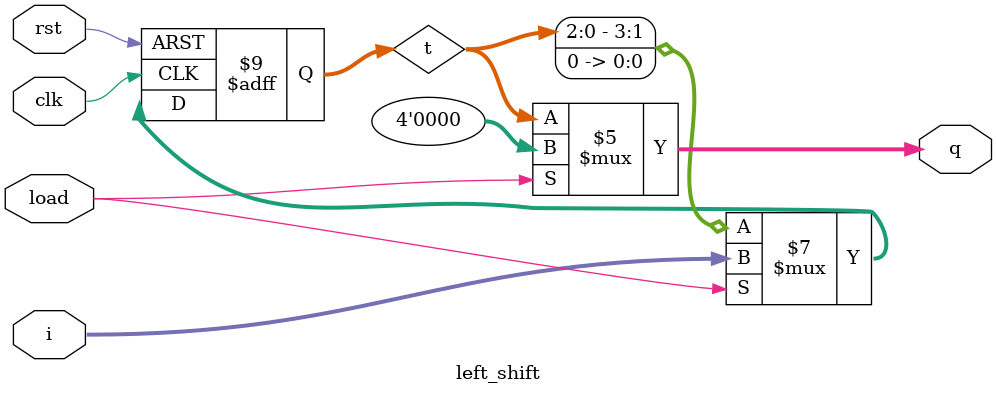
<source format=v>

module left_shift #(parameter n=4)
(input clk,rst,load,
 input [n-1:0]i,
 output [n-1:0]q);

//reg w=1'b0;
reg [n-1:0]t;

always @ (posedge clk,negedge rst)
begin
	if(!rst)
	begin
	t<={n{1'b0}};
	//w<=1'b0;
	end
	
	else if(load==1)
	begin
	t<=i;
	end
	
	else
	begin
	t<={t[n-2:0],1'b0};
	//w<=w;
	end

end

assign q=(!load)?t:{n{1'b0}};

endmodule

</source>
